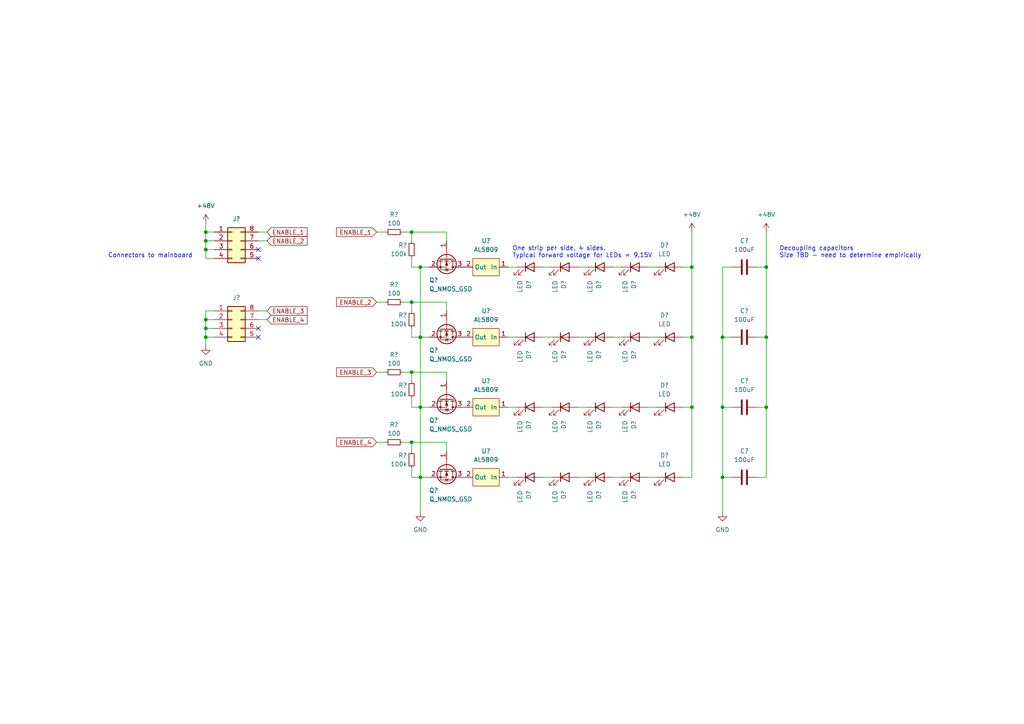
<source format=kicad_sch>
(kicad_sch (version 20211123) (generator eeschema)
  (paper "A4")
  (lib_symbols
    (symbol "Connector_Generic:Conn_02x04_Counter_Clockwise" (pin_names (offset 1.016) hide)
      (property "Reference" "J" (at 1.27 5.08 0))
      (property "Value" "Conn_02x04_Counter_Clockwise" (at 1.27 -7.62 0))
      (symbol "Conn_02x04_Counter_Clockwise_1_1"
        (rectangle (start -1.27 -4.953) (end 0 -5.207) (stroke (width 0.1524)))
        (rectangle (start -1.27 -2.413) (end 0 -2.667) (stroke (width 0.1524)))
        (rectangle (start -1.27 0.127) (end 0 -0.127) (stroke (width 0.1524)))
        (rectangle (start -1.27 2.667) (end 0 2.413) (stroke (width 0.1524)))
        (rectangle (start -1.27 3.81) (end 3.81 -6.35) (stroke (width 0.254)) (fill (type background)))
        (rectangle (start 3.81 -4.953) (end 2.54 -5.207) (stroke (width 0.1524)))
        (rectangle (start 3.81 -2.413) (end 2.54 -2.667) (stroke (width 0.1524)))
        (rectangle (start 3.81 0.127) (end 2.54 -0.127) (stroke (width 0.1524)))
        (rectangle (start 3.81 2.667) (end 2.54 2.413) (stroke (width 0.1524)))
        (pin passive line (at -5.08 2.54 0) (length 3.81) (name "Pin_1") (number "1"))
        (pin passive line (at -5.08 0 0) (length 3.81) (name "Pin_2") (number "2"))
        (pin passive line (at -5.08 -2.54 0) (length 3.81) (name "Pin_3") (number "3"))
        (pin passive line (at -5.08 -5.08 0) (length 3.81) (name "Pin_4") (number "4"))
        (pin passive line (at 7.62 -5.08 180) (length 3.81) (name "Pin_5") (number "5"))
        (pin passive line (at 7.62 -2.54 180) (length 3.81) (name "Pin_6") (number "6"))
        (pin passive line (at 7.62 0 180) (length 3.81) (name "Pin_7") (number "7"))
        (pin passive line (at 7.62 2.54 180) (length 3.81) (name "Pin_8") (number "8"))
      )
    )
    (symbol "Device:C" (pin_numbers hide) (pin_names (offset 0.254))
      (property "Reference" "C" (at 0.635 2.54 0))
      (property "Value" "C" (at 0.635 -2.54 0))
      (symbol "C_0_1"
        (polyline (pts (xy -2.032 -0.762) (xy 2.032 -0.762)) (stroke (width 0.508)))
        (polyline (pts (xy -2.032 0.762) (xy 2.032 0.762)) (stroke (width 0.508)))
      )
      (symbol "C_1_1"
        (pin passive line (at 0 3.81 270) (length 2.794) (name "~") (number "1"))
        (pin passive line (at 0 -3.81 90) (length 2.794) (name "~") (number "2"))
      )
    )
    (symbol "Device:LED" (pin_numbers hide) (pin_names (offset 1.016) hide)
      (property "Reference" "D" (at 0 2.54 0))
      (property "Value" "LED" (at 0 -2.54 0))
      (symbol "LED_0_1"
        (polyline (pts (xy -1.27 -1.27) (xy -1.27 1.27)) (stroke (width 0.254)))
        (polyline (pts (xy -1.27 0) (xy 1.27 0)))
        (polyline (pts (xy 1.27 -1.27) (xy 1.27 1.27) (xy -1.27 0) (xy 1.27 -1.27)) (stroke (width 0.254)))
        (polyline (pts (xy -3.048 -0.762) (xy -4.572 -2.286) (xy -3.81 -2.286) (xy -4.572 -2.286) (xy -4.572 -1.524)))
        (polyline (pts (xy -1.778 -0.762) (xy -3.302 -2.286) (xy -2.54 -2.286) (xy -3.302 -2.286) (xy -3.302 -1.524)))
      )
      (symbol "LED_1_1"
        (pin passive line (at -3.81 0 0) (length 2.54) (name "K") (number "1"))
        (pin passive line (at 3.81 0 180) (length 2.54) (name "A") (number "2"))
      )
    )
    (symbol "Device:Q_NMOS_GSD" (pin_names (offset 0) hide)
      (property "Reference" "Q" (at 5.08 1.27 0))
      (property "Value" "Q_NMOS_GSD" (at 5.08 -1.27 0))
      (symbol "Q_NMOS_GSD_0_1"
        (polyline (pts (xy 0.254 0) (xy -2.54 0)))
        (polyline (pts (xy 0.254 1.905) (xy 0.254 -1.905)) (stroke (width 0.254)))
        (polyline (pts (xy 0.762 -1.27) (xy 0.762 -2.286)) (stroke (width 0.254)))
        (polyline (pts (xy 0.762 0.508) (xy 0.762 -0.508)) (stroke (width 0.254)))
        (polyline (pts (xy 0.762 2.286) (xy 0.762 1.27)) (stroke (width 0.254)))
        (polyline (pts (xy 2.54 2.54) (xy 2.54 1.778)))
        (polyline (pts (xy 2.54 -2.54) (xy 2.54 0) (xy 0.762 0)))
        (polyline (pts (xy 0.762 -1.778) (xy 3.302 -1.778) (xy 3.302 1.778) (xy 0.762 1.778)))
        (polyline (pts (xy 1.016 0) (xy 2.032 0.381) (xy 2.032 -0.381) (xy 1.016 0)) (fill (type outline)))
        (polyline (pts (xy 2.794 0.508) (xy 2.921 0.381) (xy 3.683 0.381) (xy 3.81 0.254)))
        (polyline (pts (xy 3.302 0.381) (xy 2.921 -0.254) (xy 3.683 -0.254) (xy 3.302 0.381)))
        (circle (center 1.651 0) (radius 2.794) (stroke (width 0.254)))
        (circle (center 2.54 -1.778) (radius 0.254) (fill (type outline)))
        (circle (center 2.54 1.778) (radius 0.254) (fill (type outline)))
      )
      (symbol "Q_NMOS_GSD_1_1"
        (pin input line (at -5.08 0 0) (length 2.54) (name "G") (number "1"))
        (pin passive line (at 2.54 -5.08 90) (length 2.54) (name "S") (number "2"))
        (pin passive line (at 2.54 5.08 270) (length 2.54) (name "D") (number "3"))
      )
    )
    (symbol "Device:R_Small" (pin_numbers hide) (pin_names (offset 0.254) hide)
      (property "Reference" "R" (at 0.762 0.508 0))
      (property "Value" "R_Small" (at 0.762 -1.016 0))
      (symbol "R_Small_0_1"
        (rectangle (start -0.762 1.778) (end 0.762 -1.778) (stroke (width 0.2032)))
      )
      (symbol "R_Small_1_1"
        (pin passive line (at 0 2.54 270) (length 0.762) (name "~") (number "1"))
        (pin passive line (at 0 -2.54 90) (length 0.762) (name "~") (number "2"))
      )
    )
    (symbol "Jmptable_Driver_LED:AL5809"
      (property "Reference" "U" (at 0 6.35 0))
      (property "Value" "AL5809" (at 0 3.81 0))
      (symbol "AL5809_0_0"
        (pin power_in line (at -6.35 0 0) (length 2.54) (name "In") (number "1"))
        (pin power_out line (at 6.35 0 180) (length 2.54) (name "Out") (number "2"))
      )
      (symbol "AL5809_0_1"
        (rectangle (start -3.81 2.54) (end 3.81 -2.54) (fill (type background)))
      )
    )
    (symbol "power:+48V" (power) (pin_names (offset 0))
      (property "Value" "+48V" (at 0 3.556 0))
      (symbol "+48V_0_1"
        (polyline (pts (xy -0.762 1.27) (xy 0 2.54)))
        (polyline (pts (xy 0 0) (xy 0 2.54)))
        (polyline (pts (xy 0 2.54) (xy 0.762 1.27)))
      )
      (symbol "+48V_1_1"
        (pin power_in line (at 0 0 90) (length 0) hide (name "+48V") (number "1"))
      )
    )
    (symbol "power:GND" (power) (pin_names (offset 0))
      (property "Value" "GND" (at 0 -3.81 0))
      (symbol "GND_0_1"
        (polyline (pts (xy 0 0) (xy 0 -1.27) (xy 1.27 -1.27) (xy 0 -2.54) (xy -1.27 -1.27) (xy 0 -1.27)))
      )
      (symbol "GND_1_1"
        (pin power_in line (at 0 0 270) (length 0) hide (name "GND") (number "1"))
      )
    )
  )
  (junction (at 121.92 138.43))
  (junction (at 200.66 77.47))
  (junction (at 209.55 118.11))
  (junction (at 119.38 87.63))
  (junction (at 119.38 107.95))
  (junction (at 222.25 118.11))
  (junction (at 222.25 97.79))
  (junction (at 59.69 72.39))
  (junction (at 121.92 97.79))
  (junction (at 119.38 67.31))
  (junction (at 121.92 77.47))
  (junction (at 222.25 77.47))
  (junction (at 200.66 118.11))
  (junction (at 209.55 97.79))
  (junction (at 59.69 92.71))
  (junction (at 59.69 67.31))
  (junction (at 59.69 97.79))
  (junction (at 209.55 138.43))
  (junction (at 119.38 128.27))
  (junction (at 121.92 118.11))
  (junction (at 59.69 95.25))
  (junction (at 59.69 69.85))
  (junction (at 200.66 97.79))
  (no_connect (at 74.93 97.79))
  (no_connect (at 74.93 95.25))
  (no_connect (at 74.93 72.39))
  (no_connect (at 74.93 74.93))
  (wire (pts (xy 119.38 138.43) (xy 121.92 138.43)))
  (wire (pts (xy 219.71 118.11) (xy 222.25 118.11)))
  (wire (pts (xy 198.12 138.43) (xy 200.66 138.43)))
  (wire (pts (xy 74.93 92.71) (xy 77.47 92.71)))
  (wire (pts (xy 129.54 67.31) (xy 119.38 67.31)))
  (wire (pts (xy 119.38 128.27) (xy 129.54 128.27)))
  (wire (pts (xy 180.34 97.79) (xy 177.8 97.79)))
  (wire (pts (xy 129.54 128.27) (xy 129.54 130.81)))
  (wire (pts (xy 222.25 118.11) (xy 222.25 97.79)))
  (wire (pts (xy 187.96 118.11) (xy 190.5 118.11)))
  (wire (pts (xy 200.66 67.31) (xy 200.66 77.47)))
  (wire (pts (xy 170.18 118.11) (xy 167.64 118.11)))
  (wire (pts (xy 222.25 77.47) (xy 222.25 67.31)))
  (wire (pts (xy 160.02 97.79) (xy 157.48 97.79)))
  (wire (pts (xy 198.12 97.79) (xy 200.66 97.79)))
  (wire (pts (xy 59.69 74.93) (xy 59.69 72.39)))
  (wire (pts (xy 149.86 77.47) (xy 147.32 77.47)))
  (wire (pts (xy 129.54 67.31) (xy 129.54 69.85)))
  (wire (pts (xy 121.92 118.11) (xy 124.46 118.11)))
  (wire (pts (xy 170.18 138.43) (xy 167.64 138.43)))
  (wire (pts (xy 209.55 138.43) (xy 212.09 138.43)))
  (wire (pts (xy 74.93 90.17) (xy 77.47 90.17)))
  (wire (pts (xy 219.71 77.47) (xy 222.25 77.47)))
  (wire (pts (xy 198.12 118.11) (xy 200.66 118.11)))
  (wire (pts (xy 62.23 69.85) (xy 59.69 69.85)))
  (wire (pts (xy 119.38 95.25) (xy 119.38 97.79)))
  (wire (pts (xy 200.66 97.79) (xy 200.66 77.47)))
  (wire (pts (xy 119.38 115.57) (xy 119.38 118.11)))
  (wire (pts (xy 160.02 77.47) (xy 157.48 77.47)))
  (wire (pts (xy 109.22 107.95) (xy 111.76 107.95)))
  (wire (pts (xy 209.55 97.79) (xy 212.09 97.79)))
  (wire (pts (xy 209.55 97.79) (xy 209.55 77.47)))
  (wire (pts (xy 62.23 67.31) (xy 59.69 67.31)))
  (wire (pts (xy 119.38 118.11) (xy 121.92 118.11)))
  (wire (pts (xy 121.92 118.11) (xy 121.92 138.43)))
  (wire (pts (xy 59.69 97.79) (xy 59.69 100.33)))
  (wire (pts (xy 121.92 138.43) (xy 124.46 138.43)))
  (wire (pts (xy 170.18 77.47) (xy 167.64 77.47)))
  (wire (pts (xy 119.38 135.89) (xy 119.38 138.43)))
  (wire (pts (xy 187.96 97.79) (xy 190.5 97.79)))
  (wire (pts (xy 170.18 97.79) (xy 167.64 97.79)))
  (wire (pts (xy 59.69 92.71) (xy 59.69 95.25)))
  (wire (pts (xy 209.55 138.43) (xy 209.55 118.11)))
  (wire (pts (xy 129.54 107.95) (xy 119.38 107.95)))
  (wire (pts (xy 180.34 77.47) (xy 177.8 77.47)))
  (wire (pts (xy 74.93 69.85) (xy 77.47 69.85)))
  (wire (pts (xy 200.66 118.11) (xy 200.66 97.79)))
  (wire (pts (xy 109.22 87.63) (xy 111.76 87.63)))
  (wire (pts (xy 187.96 138.43) (xy 190.5 138.43)))
  (wire (pts (xy 119.38 107.95) (xy 119.38 110.49)))
  (wire (pts (xy 119.38 97.79) (xy 121.92 97.79)))
  (wire (pts (xy 62.23 72.39) (xy 59.69 72.39)))
  (wire (pts (xy 109.22 128.27) (xy 111.76 128.27)))
  (wire (pts (xy 129.54 87.63) (xy 129.54 90.17)))
  (wire (pts (xy 116.84 87.63) (xy 119.38 87.63)))
  (wire (pts (xy 119.38 67.31) (xy 119.38 69.85)))
  (wire (pts (xy 222.25 97.79) (xy 222.25 77.47)))
  (wire (pts (xy 121.92 77.47) (xy 121.92 97.79)))
  (wire (pts (xy 180.34 138.43) (xy 177.8 138.43)))
  (wire (pts (xy 219.71 138.43) (xy 222.25 138.43)))
  (wire (pts (xy 74.93 67.31) (xy 77.47 67.31)))
  (wire (pts (xy 121.92 77.47) (xy 124.46 77.47)))
  (wire (pts (xy 59.69 90.17) (xy 59.69 92.71)))
  (wire (pts (xy 59.69 95.25) (xy 59.69 97.79)))
  (wire (pts (xy 180.34 118.11) (xy 177.8 118.11)))
  (wire (pts (xy 119.38 87.63) (xy 129.54 87.63)))
  (wire (pts (xy 121.92 97.79) (xy 124.46 97.79)))
  (wire (pts (xy 119.38 87.63) (xy 119.38 90.17)))
  (wire (pts (xy 119.38 128.27) (xy 119.38 130.81)))
  (wire (pts (xy 62.23 74.93) (xy 59.69 74.93)))
  (wire (pts (xy 209.55 118.11) (xy 209.55 97.79)))
  (wire (pts (xy 200.66 77.47) (xy 198.12 77.47)))
  (wire (pts (xy 59.69 97.79) (xy 62.23 97.79)))
  (wire (pts (xy 119.38 74.93) (xy 119.38 77.47)))
  (wire (pts (xy 119.38 77.47) (xy 121.92 77.47)))
  (wire (pts (xy 160.02 118.11) (xy 157.48 118.11)))
  (wire (pts (xy 149.86 118.11) (xy 147.32 118.11)))
  (wire (pts (xy 222.25 138.43) (xy 222.25 118.11)))
  (wire (pts (xy 62.23 95.25) (xy 59.69 95.25)))
  (wire (pts (xy 59.69 72.39) (xy 59.69 69.85)))
  (wire (pts (xy 121.92 97.79) (xy 121.92 118.11)))
  (wire (pts (xy 119.38 107.95) (xy 116.84 107.95)))
  (wire (pts (xy 187.96 77.47) (xy 190.5 77.47)))
  (wire (pts (xy 116.84 67.31) (xy 119.38 67.31)))
  (wire (pts (xy 149.86 97.79) (xy 147.32 97.79)))
  (wire (pts (xy 209.55 77.47) (xy 212.09 77.47)))
  (wire (pts (xy 149.86 138.43) (xy 147.32 138.43)))
  (wire (pts (xy 200.66 138.43) (xy 200.66 118.11)))
  (wire (pts (xy 59.69 69.85) (xy 59.69 67.31)))
  (wire (pts (xy 62.23 90.17) (xy 59.69 90.17)))
  (wire (pts (xy 209.55 118.11) (xy 212.09 118.11)))
  (wire (pts (xy 59.69 64.77) (xy 59.69 67.31)))
  (wire (pts (xy 209.55 148.59) (xy 209.55 138.43)))
  (wire (pts (xy 62.23 92.71) (xy 59.69 92.71)))
  (wire (pts (xy 116.84 128.27) (xy 119.38 128.27)))
  (wire (pts (xy 121.92 138.43) (xy 121.92 148.59)))
  (wire (pts (xy 160.02 138.43) (xy 157.48 138.43)))
  (wire (pts (xy 219.71 97.79) (xy 222.25 97.79)))
  (wire (pts (xy 109.22 67.31) (xy 111.76 67.31)))
  (wire (pts (xy 129.54 107.95) (xy 129.54 110.49)))
  (text "Decoupling capacitors\nSize TBD - need to determine empirically" (at 226.06 74.93 0) (effects (font (size 1.27 1.27)) (justify left bottom)))
  (text "Connectors to mainboard" (at 55.88 74.93 180) (effects (font (size 1.27 1.27)) (justify right bottom)))
  (text "One strip per side, 4 sides.\nTypical forward voltage for LEDs = 9.15V \n" (at 148.59 74.93 0) (effects (font (size 1.27 1.27)) (justify left bottom)))
  (global_label "ENABLE_3" (shape input) (at 77.47 90.17 0) (property "Intersheet References" "${INTERSHEET_REFS}" (effects hide)))
  (global_label "ENABLE_4" (shape input) (at 77.47 92.71 0) (property "Intersheet References" "${INTERSHEET_REFS}" (effects hide)))
  (global_label "ENABLE_4" (shape input) (at 109.22 128.27 180) (property "Intersheet References" "${INTERSHEET_REFS}" (effects hide)))
  (global_label "ENABLE_2" (shape input) (at 77.47 69.85 0) (property "Intersheet References" "${INTERSHEET_REFS}" (effects hide)))
  (global_label "ENABLE_2" (shape input) (at 109.22 87.63 180) (property "Intersheet References" "${INTERSHEET_REFS}" (effects hide)))
  (global_label "ENABLE_1" (shape input) (at 109.22 67.31 180) (property "Intersheet References" "${INTERSHEET_REFS}" (effects hide)))
  (global_label "ENABLE_3" (shape input) (at 109.22 107.95 180) (property "Intersheet References" "${INTERSHEET_REFS}" (effects hide)))
  (global_label "ENABLE_1" (shape input) (at 77.47 67.31 0) (property "Intersheet References" "${INTERSHEET_REFS}" (effects hide)))
  (symbol (lib_id "Device:LED") (at 173.99 118.11 0) (unit 1)
    (property "Reference" "D?" (at 173.6726 121.92 90) (effects (justify right)))
    (property "Value" "LED" (at 171.1326 121.92 90) (effects (justify right)))
    (property "Footprint" "LED_SMD:LED_PLCC_2835_Handsoldering" (effects hide))
    (property "Datasheet" "https://cree-led.com/media/documents/data-sheet-JSeries-2835.pdf" (effects hide))
    (property "Digi-Key Part Number" "2138-JK2835BWT-W-H40EC0000-N0000001TR-ND" (effects hide))
  )
  (symbol (lib_id "Device:LED") (at 153.67 77.47 0) (unit 1)
    (property "Reference" "D?" (at 153.3526 81.28 90) (effects (justify right)))
    (property "Value" "LED" (at 150.8126 81.28 90) (effects (justify right)))
    (property "Footprint" "LED_SMD:LED_PLCC_2835_Handsoldering" (effects hide))
    (property "Datasheet" "https://cree-led.com/media/documents/data-sheet-JSeries-2835.pdf" (effects hide))
    (property "Digi-Key Part Number" "2138-JK2835BWT-W-H40EC0000-N0000001TR-ND" (effects hide))
  )
  (symbol (lib_id "Device:R_Small") (at 114.3 67.31 90) (unit 1)
    (property "Reference" "R?" (at 114.3 62.23 90))
    (property "Value" "100" (at 114.3 64.77 90))
  )
  (symbol (lib_id "Device:LED") (at 173.99 97.79 0) (unit 1)
    (property "Reference" "D?" (at 173.6726 101.6 90) (effects (justify right)))
    (property "Value" "LED" (at 171.1326 101.6 90) (effects (justify right)))
    (property "Footprint" "LED_SMD:LED_PLCC_2835_Handsoldering" (effects hide))
    (property "Datasheet" "https://cree-led.com/media/documents/data-sheet-JSeries-2835.pdf" (effects hide))
    (property "Digi-Key Part Number" "2138-JK2835BWT-W-H40EC0000-N0000001TR-ND" (effects hide))
  )
  (symbol (lib_id "power:+48V") (at 222.25 67.31 0) (unit 1)
    (property "Reference" "#PWR?" (effects hide))
    (property "Value" "+48V" (at 222.25 62.23 0))
  )
  (symbol (lib_id "Device:LED") (at 194.31 97.79 0) (unit 1)
    (property "Reference" "D?" (at 192.7225 91.44 0))
    (property "Value" "LED" (at 192.7225 93.98 0))
    (property "Footprint" "LED_SMD:LED_PLCC_2835_Handsoldering" (effects hide))
    (property "Datasheet" "https://cree-led.com/media/documents/data-sheet-JSeries-2835.pdf" (effects hide))
    (property "Digi-Key Part Number" "2138-JK2835BWT-W-H40EC0000-N0000001TR-ND" (effects hide))
  )
  (symbol (lib_id "power:+48V") (at 200.66 67.31 0) (unit 1)
    (property "Reference" "#PWR?" (effects hide))
    (property "Value" "+48V" (at 200.66 62.23 0))
  )
  (symbol (lib_id "Device:LED") (at 194.31 118.11 0) (unit 1)
    (property "Reference" "D?" (at 192.7225 111.76 0))
    (property "Value" "LED" (at 192.7225 114.3 0))
    (property "Footprint" "LED_SMD:LED_PLCC_2835_Handsoldering" (effects hide))
    (property "Datasheet" "https://cree-led.com/media/documents/data-sheet-JSeries-2835.pdf" (effects hide))
    (property "Digi-Key Part Number" "2138-JK2835BWT-W-H40EC0000-N0000001TR-ND" (effects hide))
  )
  (symbol (lib_id "Device:LED") (at 163.83 138.43 0) (unit 1)
    (property "Reference" "D?" (at 163.5126 142.24 90) (effects (justify right)))
    (property "Value" "LED" (at 160.9726 142.24 90) (effects (justify right)))
    (property "Footprint" "LED_SMD:LED_PLCC_2835_Handsoldering" (effects hide))
    (property "Datasheet" "https://cree-led.com/media/documents/data-sheet-JSeries-2835.pdf" (effects hide))
    (property "Digi-Key Part Number" "2138-JK2835BWT-W-H40EC0000-N0000001TR-ND" (effects hide))
  )
  (symbol (lib_id "Jmptable_Driver_LED:AL5809") (at 140.97 138.43 180) (unit 1)
    (property "Reference" "U?" (at 140.97 130.81 0))
    (property "Value" "AL5809" (at 140.97 133.35 0))
    (property "Datasheet" "https://www.diodes.com/assets/Datasheets/AL5809.pdf" (effects hide))
  )
  (symbol (lib_id "Device:LED") (at 184.15 138.43 0) (unit 1)
    (property "Reference" "D?" (at 183.8326 142.24 90) (effects (justify right)))
    (property "Value" "LED" (at 181.2926 142.24 90) (effects (justify right)))
    (property "Footprint" "LED_SMD:LED_PLCC_2835_Handsoldering" (effects hide))
    (property "Datasheet" "https://cree-led.com/media/documents/data-sheet-JSeries-2835.pdf" (effects hide))
    (property "Digi-Key Part Number" "2138-JK2835BWT-W-H40EC0000-N0000001TR-ND" (effects hide))
  )
  (symbol (lib_id "Device:C") (at 215.9 118.11 90) (unit 1)
    (property "Reference" "C?" (at 215.9 110.49 90))
    (property "Value" "100uF" (at 215.9 113.03 90))
  )
  (symbol (lib_id "Device:LED") (at 173.99 138.43 0) (unit 1)
    (property "Reference" "D?" (at 173.6726 142.24 90) (effects (justify right)))
    (property "Value" "LED" (at 171.1326 142.24 90) (effects (justify right)))
    (property "Footprint" "LED_SMD:LED_PLCC_2835_Handsoldering" (effects hide))
    (property "Datasheet" "https://cree-led.com/media/documents/data-sheet-JSeries-2835.pdf" (effects hide))
    (property "Digi-Key Part Number" "2138-JK2835BWT-W-H40EC0000-N0000001TR-ND" (effects hide))
  )
  (symbol (lib_id "Device:Q_NMOS_GSD") (at 129.54 135.89 270) (unit 1)
    (property "Reference" "Q?" (at 124.46 142.24 90) (effects (justify left)))
    (property "Value" "Q_NMOS_GSD" (at 124.46 144.78 90) (effects (justify left)))
  )
  (symbol (lib_id "Jmptable_Driver_LED:AL5809") (at 140.97 77.47 180) (unit 1)
    (property "Reference" "U?" (at 140.97 69.85 0))
    (property "Value" "AL5809" (at 140.97 72.39 0))
    (property "Datasheet" "https://www.diodes.com/assets/Datasheets/AL5809.pdf" (effects hide))
  )
  (symbol (lib_id "Device:LED") (at 163.83 77.47 0) (unit 1)
    (property "Reference" "D?" (at 163.5126 81.28 90) (effects (justify right)))
    (property "Value" "LED" (at 160.9726 81.28 90) (effects (justify right)))
    (property "Footprint" "LED_SMD:LED_PLCC_2835_Handsoldering" (effects hide))
    (property "Datasheet" "https://cree-led.com/media/documents/data-sheet-JSeries-2835.pdf" (effects hide))
    (property "Digi-Key Part Number" "2138-JK2835BWT-W-H40EC0000-N0000001TR-ND" (effects hide))
  )
  (symbol (lib_id "Device:LED") (at 184.15 97.79 0) (unit 1)
    (property "Reference" "D?" (at 183.8326 101.6 90) (effects (justify right)))
    (property "Value" "LED" (at 181.2926 101.6 90) (effects (justify right)))
    (property "Footprint" "LED_SMD:LED_PLCC_2835_Handsoldering" (effects hide))
    (property "Datasheet" "https://cree-led.com/media/documents/data-sheet-JSeries-2835.pdf" (effects hide))
    (property "Digi-Key Part Number" "2138-JK2835BWT-W-H40EC0000-N0000001TR-ND" (effects hide))
  )
  (symbol (lib_id "Jmptable_Driver_LED:AL5809") (at 140.97 97.79 180) (unit 1)
    (property "Reference" "U?" (at 140.97 90.17 0))
    (property "Value" "AL5809" (at 140.97 92.71 0))
    (property "Datasheet" "https://www.diodes.com/assets/Datasheets/AL5809.pdf" (effects hide))
  )
  (symbol (lib_id "Device:R_Small") (at 119.38 133.35 0) (mirror y) (unit 1)
    (property "Reference" "R?" (at 118.11 132.08 0) (effects (justify left)))
    (property "Value" "100k" (at 118.11 134.62 0) (effects (justify left)))
  )
  (symbol (lib_id "Device:R_Small") (at 119.38 72.39 0) (mirror y) (unit 1)
    (property "Reference" "R?" (at 118.11 71.12 0) (effects (justify left)))
    (property "Value" "100k" (at 118.11 73.66 0) (effects (justify left)))
  )
  (symbol (lib_id "Device:R_Small") (at 114.3 87.63 90) (unit 1)
    (property "Reference" "R?" (at 114.3 82.55 90))
    (property "Value" "100" (at 114.3 85.09 90))
  )
  (symbol (lib_id "Device:R_Small") (at 119.38 92.71 0) (mirror y) (unit 1)
    (property "Reference" "R?" (at 118.11 91.44 0) (effects (justify left)))
    (property "Value" "100k" (at 118.11 93.98 0) (effects (justify left)))
  )
  (symbol (lib_id "power:+48V") (at 59.69 64.77 0) (unit 1)
    (property "Reference" "#PWR?" (effects hide))
    (property "Value" "+48V" (at 59.69 59.69 0))
  )
  (symbol (lib_id "Connector_Generic:Conn_02x04_Counter_Clockwise") (at 67.31 69.85 0) (unit 1)
    (property "Reference" "J?" (at 68.58 63.5 0))
    (property "Value" "Conn_02x04_Counter_Clockwise" (effects hide))
  )
  (symbol (lib_id "Device:LED") (at 163.83 118.11 0) (unit 1)
    (property "Reference" "D?" (at 163.5126 121.92 90) (effects (justify right)))
    (property "Value" "LED" (at 160.9726 121.92 90) (effects (justify right)))
    (property "Footprint" "LED_SMD:LED_PLCC_2835_Handsoldering" (effects hide))
    (property "Datasheet" "https://cree-led.com/media/documents/data-sheet-JSeries-2835.pdf" (effects hide))
    (property "Digi-Key Part Number" "2138-JK2835BWT-W-H40EC0000-N0000001TR-ND" (effects hide))
  )
  (symbol (lib_id "Device:R_Small") (at 114.3 128.27 90) (unit 1)
    (property "Reference" "R?" (at 114.3 123.19 90))
    (property "Value" "100" (at 114.3 125.73 90))
  )
  (symbol (lib_id "Device:C") (at 215.9 77.47 90) (unit 1)
    (property "Reference" "C?" (at 215.9 69.85 90))
    (property "Value" "100uF" (at 215.9 72.39 90))
  )
  (symbol (lib_id "Jmptable_Driver_LED:AL5809") (at 140.97 118.11 180) (unit 1)
    (property "Reference" "U?" (at 140.97 110.49 0))
    (property "Value" "AL5809" (at 140.97 113.03 0))
    (property "Datasheet" "https://www.diodes.com/assets/Datasheets/AL5809.pdf" (effects hide))
  )
  (symbol (lib_id "power:GND") (at 121.92 148.59 0) (unit 1)
    (property "Reference" "#PWR?" (effects hide))
    (property "Value" "GND" (at 121.92 153.67 0))
  )
  (symbol (lib_id "Device:LED") (at 153.67 97.79 0) (unit 1)
    (property "Reference" "D?" (at 153.3526 101.6 90) (effects (justify right)))
    (property "Value" "LED" (at 150.8126 101.6 90) (effects (justify right)))
    (property "Footprint" "LED_SMD:LED_PLCC_2835_Handsoldering" (effects hide))
    (property "Datasheet" "https://cree-led.com/media/documents/data-sheet-JSeries-2835.pdf" (effects hide))
    (property "Digi-Key Part Number" "2138-JK2835BWT-W-H40EC0000-N0000001TR-ND" (effects hide))
  )
  (symbol (lib_id "Device:Q_NMOS_GSD") (at 129.54 74.93 270) (unit 1)
    (property "Reference" "Q?" (at 124.46 81.28 90) (effects (justify left)))
    (property "Value" "Q_NMOS_GSD" (at 124.46 83.82 90) (effects (justify left)))
  )
  (symbol (lib_id "power:GND") (at 59.69 100.33 0) (unit 1)
    (property "Reference" "#PWR?" (effects hide))
    (property "Value" "GND" (at 59.69 105.41 0))
  )
  (symbol (lib_id "Device:R_Small") (at 119.38 113.03 0) (mirror y) (unit 1)
    (property "Reference" "R?" (at 118.11 111.76 0) (effects (justify left)))
    (property "Value" "100k" (at 118.11 114.3 0) (effects (justify left)))
  )
  (symbol (lib_id "Device:C") (at 215.9 97.79 90) (unit 1)
    (property "Reference" "C?" (at 215.9 90.17 90))
    (property "Value" "100uF" (at 215.9 92.71 90))
  )
  (symbol (lib_id "Device:LED") (at 153.67 138.43 0) (unit 1)
    (property "Reference" "D?" (at 153.3526 142.24 90) (effects (justify right)))
    (property "Value" "LED" (at 150.8126 142.24 90) (effects (justify right)))
    (property "Footprint" "LED_SMD:LED_PLCC_2835_Handsoldering" (effects hide))
    (property "Datasheet" "https://cree-led.com/media/documents/data-sheet-JSeries-2835.pdf" (effects hide))
    (property "Digi-Key Part Number" "2138-JK2835BWT-W-H40EC0000-N0000001TR-ND" (effects hide))
  )
  (symbol (lib_id "Connector_Generic:Conn_02x04_Counter_Clockwise") (at 67.31 92.71 0) (unit 1)
    (property "Reference" "J?" (at 68.58 86.36 0))
    (property "Value" "Conn_02x04_Counter_Clockwise" (effects hide))
  )
  (symbol (lib_id "Device:LED") (at 173.99 77.47 0) (unit 1)
    (property "Reference" "D?" (at 173.6726 81.28 90) (effects (justify right)))
    (property "Value" "LED" (at 171.1326 81.28 90) (effects (justify right)))
    (property "Footprint" "LED_SMD:LED_PLCC_2835_Handsoldering" (effects hide))
    (property "Datasheet" "https://cree-led.com/media/documents/data-sheet-JSeries-2835.pdf" (effects hide))
    (property "Digi-Key Part Number" "2138-JK2835BWT-W-H40EC0000-N0000001TR-ND" (effects hide))
  )
  (symbol (lib_id "Device:LED") (at 153.67 118.11 0) (unit 1)
    (property "Reference" "D?" (at 153.3526 121.92 90) (effects (justify right)))
    (property "Value" "LED" (at 150.8126 121.92 90) (effects (justify right)))
    (property "Footprint" "LED_SMD:LED_PLCC_2835_Handsoldering" (effects hide))
    (property "Datasheet" "https://cree-led.com/media/documents/data-sheet-JSeries-2835.pdf" (effects hide))
    (property "Digi-Key Part Number" "2138-JK2835BWT-W-H40EC0000-N0000001TR-ND" (effects hide))
  )
  (symbol (lib_id "Device:C") (at 215.9 138.43 90) (unit 1)
    (property "Reference" "C?" (at 215.9 130.81 90))
    (property "Value" "100uF" (at 215.9 133.35 90))
  )
  (symbol (lib_id "Device:LED") (at 194.31 138.43 0) (unit 1)
    (property "Reference" "D?" (at 192.7225 132.08 0))
    (property "Value" "LED" (at 192.7225 134.62 0))
    (property "Footprint" "LED_SMD:LED_PLCC_2835_Handsoldering" (effects hide))
    (property "Datasheet" "https://cree-led.com/media/documents/data-sheet-JSeries-2835.pdf" (effects hide))
    (property "Digi-Key Part Number" "2138-JK2835BWT-W-H40EC0000-N0000001TR-ND" (effects hide))
  )
  (symbol (lib_id "Device:Q_NMOS_GSD") (at 129.54 95.25 270) (unit 1)
    (property "Reference" "Q?" (at 124.46 101.6 90) (effects (justify left)))
    (property "Value" "Q_NMOS_GSD" (at 124.46 104.14 90) (effects (justify left)))
  )
  (symbol (lib_id "power:GND") (at 209.55 148.59 0) (unit 1)
    (property "Reference" "#PWR?" (effects hide))
    (property "Value" "GND" (at 209.55 153.67 0))
  )
  (symbol (lib_id "Device:LED") (at 184.15 118.11 0) (unit 1)
    (property "Reference" "D?" (at 183.8326 121.92 90) (effects (justify right)))
    (property "Value" "LED" (at 181.2926 121.92 90) (effects (justify right)))
    (property "Footprint" "LED_SMD:LED_PLCC_2835_Handsoldering" (effects hide))
    (property "Datasheet" "https://cree-led.com/media/documents/data-sheet-JSeries-2835.pdf" (effects hide))
    (property "Digi-Key Part Number" "2138-JK2835BWT-W-H40EC0000-N0000001TR-ND" (effects hide))
  )
  (symbol (lib_id "Device:LED") (at 184.15 77.47 0) (unit 1)
    (property "Reference" "D?" (at 183.8326 81.28 90) (effects (justify right)))
    (property "Value" "LED" (at 181.2926 81.28 90) (effects (justify right)))
    (property "Footprint" "LED_SMD:LED_PLCC_2835_Handsoldering" (effects hide))
    (property "Datasheet" "https://cree-led.com/media/documents/data-sheet-JSeries-2835.pdf" (effects hide))
    (property "Digi-Key Part Number" "2138-JK2835BWT-W-H40EC0000-N0000001TR-ND" (effects hide))
  )
  (symbol (lib_id "Device:R_Small") (at 114.3 107.95 90) (unit 1)
    (property "Reference" "R?" (at 114.3 102.87 90))
    (property "Value" "100" (at 114.3 105.41 90))
  )
  (symbol (lib_id "Device:LED") (at 194.31 77.47 0) (unit 1)
    (property "Reference" "D?" (at 192.7225 71.12 0))
    (property "Value" "LED" (at 192.7225 73.66 0))
    (property "Footprint" "LED_SMD:LED_PLCC_2835_Handsoldering" (effects hide))
    (property "Datasheet" "https://cree-led.com/media/documents/data-sheet-JSeries-2835.pdf" (effects hide))
    (property "Digi-Key Part Number" "2138-JK2835BWT-W-H40EC0000-N0000001TR-ND" (effects hide))
  )
  (symbol (lib_id "Device:Q_NMOS_GSD") (at 129.54 115.57 270) (unit 1)
    (property "Reference" "Q?" (at 124.46 121.92 90) (effects (justify left)))
    (property "Value" "Q_NMOS_GSD" (at 124.46 124.46 90) (effects (justify left)))
  )
  (symbol (lib_id "Device:LED") (at 163.83 97.79 0) (unit 1)
    (property "Reference" "D?" (at 163.5126 101.6 90) (effects (justify right)))
    (property "Value" "LED" (at 160.9726 101.6 90) (effects (justify right)))
    (property "Footprint" "LED_SMD:LED_PLCC_2835_Handsoldering" (effects hide))
    (property "Datasheet" "https://cree-led.com/media/documents/data-sheet-JSeries-2835.pdf" (effects hide))
    (property "Digi-Key Part Number" "2138-JK2835BWT-W-H40EC0000-N0000001TR-ND" (effects hide))
  )
)
</source>
